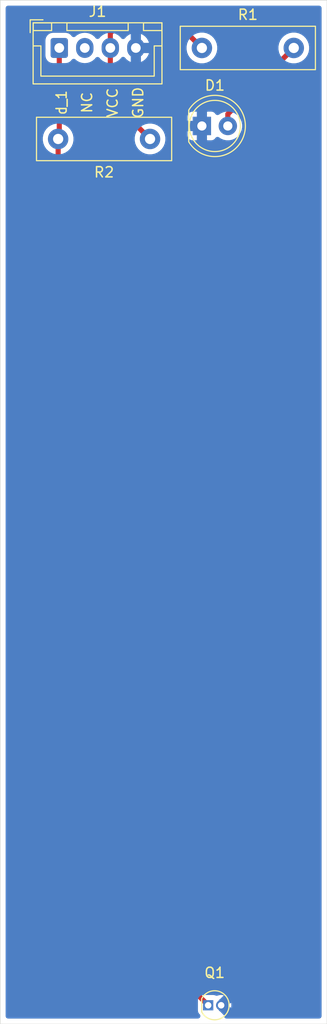
<source format=kicad_pcb>

(kicad_pcb(version 20171130)
  (host pcbnew "(5.1.10)-1")
  (general
    (thickness 1.6)
    (drawings 15)
    (tracks 417)
    (zones 0)
    (modules 52)
    (nets 44))
  (page A4)
  (layers
    (0 F.Cu signal)
    (31 B.Cu signal hide)
    (32 B.Adhes user)
    (33 F.Adhes user)
    (34 B.Paste user)
    (35 F.Paste user)
    (36 B.SilkS user)
    (37 F.SilkS user)
    (38 B.Mask user)
    (39 F.Mask user)
    (40 Dwgs.User user)
    (41 Cmts.User user)
    (42 Eco1.User user)
    (43 Eco2.User user)
    (44 Edge.Cuts user)
    (45 Margin user)
    (46 B.CrtYd user)
    (47 F.CrtYd user)
    (48 B.Fab user)
    (49 F.Fab user))
  (setup
    (last_trace_width 0.5)
    (user_trace_width 0.5)
    (trace_clearance 0.2)
    (zone_clearance 0.5)
    (zone_45_only no)
    (trace_min 0.2)
    (via_size 0.8)
    (via_drill 0.4)
    (via_min_size 0.4)
    (via_min_drill 0.3)
    (uvia_size 0.3)
    (uvia_drill 0.1)
    (uvias_allowed no)
    (uvia_min_size 0.2)
    (uvia_min_drill 0.1)
    (edge_width 0.05)
    (segment_width 0.2)
    (pcb_text_width 0.3)
    (pcb_text_size 1.5 1.5)
    (mod_edge_width 0.12)
    (mod_text_size 1 1)
    (mod_text_width 0.15)
    (pad_size 1.524 1.524)
    (pad_drill 0.762)
    (pad_to_mask_clearance 0)
    (aux_axis_origin 0 0)
    (visible_elements FFFFFF7F)
    (pcbplotparams
      (layerselection 0x010fc_ffffffff)
      (usegerberextensions false)
      (usegerberattributes true)
      (usegerberadvancedattributes true)
      (creategerberjobfile true)
      (excludeedgelayer true)
      (linewidth 0.1)
      (plotframeref false)
      (viasonmask false)
      (mode 1)
      (useauxorigin false)
      (hpglpennumber 1)
      (hpglpenspeed 20)
      (hpglpendiameter 15.0)
      (psnegative false)
      (psa4output false)
      (plotreference true)
      (plotvalue true)
      (plotinvisibletext false)
      (padsonsilk false)
      (subtractmaskfromsilk false)
      (outputformat 1)
      (mirror false)
      (drillshape 0)
      (scaleselection 1)
      (outputdirectory "gerber/")))
  (net 0 "")
  (net 1 "Net-(D1-Pad2)")
  (net 2 GND)
  (net 3 +5V)
  (net 4 "Net-(J1-Pad2)")
  (net 5 data)
  (net_class Default "This is the default net class."
    (clearance 0.2)
    (trace_width 0.25)
    (via_dia 0.8)
    (via_drill 0.4)
    (uvia_dia 0.3)
    (uvia_drill 0.1)
    (add_net +5V)
    (add_net GND)
    (add_net "Net-(D1-Pad2)")
    (add_net "Net-(J1-Pad2)")
    (add_net data))
  (module Resistor_THT:R_Box_L13.0mm_W4.0mm_P9.00mm
    (layer F.Cu)
    (tedit 5AE5139B)
    (tstamp 6106B8E9)
    (at 151.67 38.55 180)
    (descr "Resistor, Box series, Radial, pin pitch=9.00mm, 2W, length*width=13.0*4.0mm^2, http://www.produktinfo.conrad.com/datenblaetter/425000-449999/443860-da-01-de-METALLBAND_WIDERSTAND_0_1_OHM_5W_5Pr.pdf")
    (tags "Resistor Box series Radial pin pitch 9.00mm 2W length 13.0mm width 4.0mm")
    (path /6105D332)
    (fp_text reference R2
      (at 4.5 -3.25)
      (layer F.SilkS)
      (effects
        (font
          (size 1 1)
          (thickness 0.15))))
    (fp_text value 10k
      (at 4.5 3.25)
      (layer F.Fab)
      (effects
        (font
          (size 1 1)
          (thickness 0.15))))
    (fp_text user %R
      (at 4.5 0)
      (layer F.Fab)
      (effects
        (font
          (size 1 1)
          (thickness 0.15))))
    (fp_line
      (start -2 -2)
      (end -2 2)
      (layer F.Fab)
      (width 0.1))
    (fp_line
      (start -2 2)
      (end 11 2)
      (layer F.Fab)
      (width 0.1))
    (fp_line
      (start 11 2)
      (end 11 -2)
      (layer F.Fab)
      (width 0.1))
    (fp_line
      (start 11 -2)
      (end -2 -2)
      (layer F.Fab)
      (width 0.1))
    (fp_line
      (start -2.12 -2.12)
      (end 11.12 -2.12)
      (layer F.SilkS)
      (width 0.12))
    (fp_line
      (start -2.12 2.12)
      (end 11.12 2.12)
      (layer F.SilkS)
      (width 0.12))
    (fp_line
      (start -2.12 -2.12)
      (end -2.12 2.12)
      (layer F.SilkS)
      (width 0.12))
    (fp_line
      (start 11.12 -2.12)
      (end 11.12 2.12)
      (layer F.SilkS)
      (width 0.12))
    (fp_line
      (start -2.25 -2.25)
      (end -2.25 2.25)
      (layer F.CrtYd)
      (width 0.05))
    (fp_line
      (start -2.25 2.25)
      (end 11.25 2.25)
      (layer F.CrtYd)
      (width 0.05))
    (fp_line
      (start 11.25 2.25)
      (end 11.25 -2.25)
      (layer F.CrtYd)
      (width 0.05))
    (fp_line
      (start 11.25 -2.25)
      (end -2.25 -2.25)
      (layer F.CrtYd)
      (width 0.05))
    (pad 2 thru_hole circle
      (at 9 0 180)
      (size 2 2)
      (drill 1)
      (layers *.Cu *.Mask)
      (net 5 data))
    (pad 1 thru_hole circle
      (at 0 0 180)
      (size 2 2)
      (drill 1)
      (layers *.Cu *.Mask)
      (net 3 +5V))
    (model ${KISYS3DMOD}/Resistor_THT.3dshapes/R_Box_L13.0mm_W4.0mm_P9.00mm.wrl
      (at
        (xyz 0 0 0))
      (scale
        (xyz 1 1 1))
      (rotate
        (xyz 0 0 0))))
  (module Resistor_THT:R_Box_L13.0mm_W4.0mm_P9.00mm
    (layer F.Cu)
    (tedit 5AE5139B)
    (tstamp 6106B8D6)
    (at 156.75 29.66)
    (descr "Resistor, Box series, Radial, pin pitch=9.00mm, 2W, length*width=13.0*4.0mm^2, http://www.produktinfo.conrad.com/datenblaetter/425000-449999/443860-da-01-de-METALLBAND_WIDERSTAND_0_1_OHM_5W_5Pr.pdf")
    (tags "Resistor Box series Radial pin pitch 9.00mm 2W length 13.0mm width 4.0mm")
    (path /6105926D)
    (fp_text reference R1
      (at 4.5 -3.25)
      (layer F.SilkS)
      (effects
        (font
          (size 1 1)
          (thickness 0.15))))
    (fp_text value 47
      (at 4.5 3.25)
      (layer F.Fab)
      (effects
        (font
          (size 1 1)
          (thickness 0.15))))
    (fp_text user %R
      (at 4.5 0)
      (layer F.Fab)
      (effects
        (font
          (size 1 1)
          (thickness 0.15))))
    (fp_line
      (start -2 -2)
      (end -2 2)
      (layer F.Fab)
      (width 0.1))
    (fp_line
      (start -2 2)
      (end 11 2)
      (layer F.Fab)
      (width 0.1))
    (fp_line
      (start 11 2)
      (end 11 -2)
      (layer F.Fab)
      (width 0.1))
    (fp_line
      (start 11 -2)
      (end -2 -2)
      (layer F.Fab)
      (width 0.1))
    (fp_line
      (start -2.12 -2.12)
      (end 11.12 -2.12)
      (layer F.SilkS)
      (width 0.12))
    (fp_line
      (start -2.12 2.12)
      (end 11.12 2.12)
      (layer F.SilkS)
      (width 0.12))
    (fp_line
      (start -2.12 -2.12)
      (end -2.12 2.12)
      (layer F.SilkS)
      (width 0.12))
    (fp_line
      (start 11.12 -2.12)
      (end 11.12 2.12)
      (layer F.SilkS)
      (width 0.12))
    (fp_line
      (start -2.25 -2.25)
      (end -2.25 2.25)
      (layer F.CrtYd)
      (width 0.05))
    (fp_line
      (start -2.25 2.25)
      (end 11.25 2.25)
      (layer F.CrtYd)
      (width 0.05))
    (fp_line
      (start 11.25 2.25)
      (end 11.25 -2.25)
      (layer F.CrtYd)
      (width 0.05))
    (fp_line
      (start 11.25 -2.25)
      (end -2.25 -2.25)
      (layer F.CrtYd)
      (width 0.05))
    (pad 2 thru_hole circle
      (at 9 0)
      (size 2 2)
      (drill 1)
      (layers *.Cu *.Mask)
      (net 1 "Net-(D1-Pad2)"))
    (pad 1 thru_hole circle
      (at 0 0)
      (size 2 2)
      (drill 1)
      (layers *.Cu *.Mask)
      (net 3 +5V))
    (model ${KISYS3DMOD}/Resistor_THT.3dshapes/R_Box_L13.0mm_W4.0mm_P9.00mm.wrl
      (at
        (xyz 0 0 0))
      (scale
        (xyz 1 1 1))
      (rotate
        (xyz 0 0 0))))
  (module LED_THT:OP505A
    (layer F.Cu)
    (tedit 61059939)
    (tstamp 6106B8C3)
    (at 158 120)
    (path /6105E56E)
    (fp_text reference Q1
      (at 0 0)
      (layer F.SilkS)
      (effects
        (font
          (size 1 1)
          (thickness 0.15))))
    (fp_text value Q_Photo_NPN
      (at 0 -0.5)
      (layer F.Fab)
      (effects
        (font
          (size 1 1)
          (thickness 0.15))))
    (fp_arc
      (start 0 3.175)
      (end 1.269998 3.809999)
      (angle -53.13010235)
      (layer F.SilkS)
      (width 0.12))
    (fp_arc
      (start 0 3.175)
      (end 1.269999 2.540001)
      (angle -126.8698976)
      (layer F.SilkS)
      (width 0.12))
    (fp_arc
      (start 0 3.175)
      (end -1.269999 3.809999)
      (angle -126.8698976)
      (layer F.SilkS)
      (width 0.12))
    (fp_line
      (start -1.269999 2.54)
      (end -1.269999 3.809999)
      (layer F.SilkS)
      (width 0.12))
    (pad 1 thru_hole rect
      (at -0.635 3.175)
      (size 1 1)
      (drill 0.635)
      (layers *.Cu *.Mask)
      (net 5 data))
    (pad 2 thru_hole circle
      (at 0.635 3.175)
      (size 1 1)
      (drill 0.635)
      (layers *.Cu *.Mask)
      (net 2 GND)))
  (module Connector_JST:JST_XH_B4B-XH-A_1x04_P2.50mm_Vertical
    (layer F.Cu)
    (tedit 5C28146C)
    (tstamp 6106B8B9)
    (at 142.78 29.66)
    (descr "JST XH series connector, B4B-XH-A (http://www.jst-mfg.com/product/pdf/eng/eXH.pdf), generated with kicad-footprint-generator")
    (tags "connector JST XH vertical")
    (path /61059BBB)
    (fp_text reference J1
      (at 3.75 -3.55)
      (layer F.SilkS)
      (effects
        (font
          (size 1 1)
          (thickness 0.15))))
    (fp_text value Conn_01x04
      (at 3.75 4.6)
      (layer F.Fab)
      (effects
        (font
          (size 1 1)
          (thickness 0.15))))
    (fp_text user %R
      (at 3.75 2.7)
      (layer F.Fab)
      (effects
        (font
          (size 1 1)
          (thickness 0.15))))
    (fp_line
      (start -2.45 -2.35)
      (end -2.45 3.4)
      (layer F.Fab)
      (width 0.1))
    (fp_line
      (start -2.45 3.4)
      (end 9.95 3.4)
      (layer F.Fab)
      (width 0.1))
    (fp_line
      (start 9.95 3.4)
      (end 9.95 -2.35)
      (layer F.Fab)
      (width 0.1))
    (fp_line
      (start 9.95 -2.35)
      (end -2.45 -2.35)
      (layer F.Fab)
      (width 0.1))
    (fp_line
      (start -2.56 -2.46)
      (end -2.56 3.51)
      (layer F.SilkS)
      (width 0.12))
    (fp_line
      (start -2.56 3.51)
      (end 10.06 3.51)
      (layer F.SilkS)
      (width 0.12))
    (fp_line
      (start 10.06 3.51)
      (end 10.06 -2.46)
      (layer F.SilkS)
      (width 0.12))
    (fp_line
      (start 10.06 -2.46)
      (end -2.56 -2.46)
      (layer F.SilkS)
      (width 0.12))
    (fp_line
      (start -2.95 -2.85)
      (end -2.95 3.9)
      (layer F.CrtYd)
      (width 0.05))
    (fp_line
      (start -2.95 3.9)
      (end 10.45 3.9)
      (layer F.CrtYd)
      (width 0.05))
    (fp_line
      (start 10.45 3.9)
      (end 10.45 -2.85)
      (layer F.CrtYd)
      (width 0.05))
    (fp_line
      (start 10.45 -2.85)
      (end -2.95 -2.85)
      (layer F.CrtYd)
      (width 0.05))
    (fp_line
      (start -0.625 -2.35)
      (end 0 -1.35)
      (layer F.Fab)
      (width 0.1))
    (fp_line
      (start 0 -1.35)
      (end 0.625 -2.35)
      (layer F.Fab)
      (width 0.1))
    (fp_line
      (start 0.75 -2.45)
      (end 0.75 -1.7)
      (layer F.SilkS)
      (width 0.12))
    (fp_line
      (start 0.75 -1.7)
      (end 6.75 -1.7)
      (layer F.SilkS)
      (width 0.12))
    (fp_line
      (start 6.75 -1.7)
      (end 6.75 -2.45)
      (layer F.SilkS)
      (width 0.12))
    (fp_line
      (start 6.75 -2.45)
      (end 0.75 -2.45)
      (layer F.SilkS)
      (width 0.12))
    (fp_line
      (start -2.55 -2.45)
      (end -2.55 -1.7)
      (layer F.SilkS)
      (width 0.12))
    (fp_line
      (start -2.55 -1.7)
      (end -0.75 -1.7)
      (layer F.SilkS)
      (width 0.12))
    (fp_line
      (start -0.75 -1.7)
      (end -0.75 -2.45)
      (layer F.SilkS)
      (width 0.12))
    (fp_line
      (start -0.75 -2.45)
      (end -2.55 -2.45)
      (layer F.SilkS)
      (width 0.12))
    (fp_line
      (start 8.25 -2.45)
      (end 8.25 -1.7)
      (layer F.SilkS)
      (width 0.12))
    (fp_line
      (start 8.25 -1.7)
      (end 10.05 -1.7)
      (layer F.SilkS)
      (width 0.12))
    (fp_line
      (start 10.05 -1.7)
      (end 10.05 -2.45)
      (layer F.SilkS)
      (width 0.12))
    (fp_line
      (start 10.05 -2.45)
      (end 8.25 -2.45)
      (layer F.SilkS)
      (width 0.12))
    (fp_line
      (start -2.55 -0.2)
      (end -1.8 -0.2)
      (layer F.SilkS)
      (width 0.12))
    (fp_line
      (start -1.8 -0.2)
      (end -1.8 2.75)
      (layer F.SilkS)
      (width 0.12))
    (fp_line
      (start -1.8 2.75)
      (end 3.75 2.75)
      (layer F.SilkS)
      (width 0.12))
    (fp_line
      (start 10.05 -0.2)
      (end 9.3 -0.2)
      (layer F.SilkS)
      (width 0.12))
    (fp_line
      (start 9.3 -0.2)
      (end 9.3 2.75)
      (layer F.SilkS)
      (width 0.12))
    (fp_line
      (start 9.3 2.75)
      (end 3.75 2.75)
      (layer F.SilkS)
      (width 0.12))
    (fp_line
      (start -1.6 -2.75)
      (end -2.85 -2.75)
      (layer F.SilkS)
      (width 0.12))
    (fp_line
      (start -2.85 -2.75)
      (end -2.85 -1.5)
      (layer F.SilkS)
      (width 0.12))
    (pad 4 thru_hole oval
      (at 7.5 0)
      (size 1.7 1.95)
      (drill 0.95)
      (layers *.Cu *.Mask)
      (net 2 GND))
    (pad 3 thru_hole oval
      (at 5 0)
      (size 1.7 1.95)
      (drill 0.95)
      (layers *.Cu *.Mask)
      (net 3 +5V))
    (pad 2 thru_hole oval
      (at 2.5 0)
      (size 1.7 1.95)
      (drill 0.95)
      (layers *.Cu *.Mask)
      (net 4 "Net-(J1-Pad2)"))
    (pad 1 thru_hole roundrect
      (at 0 0)
      (size 1.7 1.95)
      (drill 0.95)
      (layers *.Cu *.Mask)
      (roundrect_rratio 0.1470588235294118)
      (net 5 data))
    (model ${KISYS3DMOD}/Connector_JST.3dshapes/JST_XH_B4B-XH-A_1x04_P2.50mm_Vertical.wrl
      (at
        (xyz 0 0 0))
      (scale
        (xyz 1 1 1))
      (rotate
        (xyz 0 0 0))))
  (module LED_THT:LED_D5.0mm
    (layer F.Cu)
    (tedit 5995936A)
    (tstamp 6106B88E)
    (at 156.75 37.28)
    (descr "LED, diameter 5.0mm, 2 pins, http://cdn-reichelt.de/documents/datenblatt/A500/LL-504BC2E-009.pdf")
    (tags "LED diameter 5.0mm 2 pins")
    (path /6105A46A)
    (fp_text reference D1
      (at 1.27 -3.96)
      (layer F.SilkS)
      (effects
        (font
          (size 1 1)
          (thickness 0.15))))
    (fp_text value LED
      (at 1.27 3.96)
      (layer F.Fab)
      (effects
        (font
          (size 1 1)
          (thickness 0.15))))
    (fp_text user %R
      (at 1.25 0)
      (layer F.Fab)
      (effects
        (font
          (size 0.8 0.8)
          (thickness 0.2))))
    (fp_arc
      (start 1.27 0)
      (end -1.29 1.54483)
      (angle -148.9)
      (layer F.SilkS)
      (width 0.12))
    (fp_arc
      (start 1.27 0)
      (end -1.29 -1.54483)
      (angle 148.9)
      (layer F.SilkS)
      (width 0.12))
    (fp_arc
      (start 1.27 0)
      (end -1.23 -1.469694)
      (angle 299.1)
      (layer F.Fab)
      (width 0.1))
    (fp_circle
      (center 1.27 0)
      (end 3.77 0)
      (layer F.Fab)
      (width 0.1))
    (fp_circle
      (center 1.27 0)
      (end 3.77 0)
      (layer F.SilkS)
      (width 0.12))
    (fp_line
      (start -1.23 -1.469694)
      (end -1.23 1.469694)
      (layer F.Fab)
      (width 0.1))
    (fp_line
      (start -1.29 -1.545)
      (end -1.29 1.545)
      (layer F.SilkS)
      (width 0.12))
    (fp_line
      (start -1.95 -3.25)
      (end -1.95 3.25)
      (layer F.CrtYd)
      (width 0.05))
    (fp_line
      (start -1.95 3.25)
      (end 4.5 3.25)
      (layer F.CrtYd)
      (width 0.05))
    (fp_line
      (start 4.5 3.25)
      (end 4.5 -3.25)
      (layer F.CrtYd)
      (width 0.05))
    (fp_line
      (start 4.5 -3.25)
      (end -1.95 -3.25)
      (layer F.CrtYd)
      (width 0.05))
    (pad 2 thru_hole circle
      (at 2.54 0)
      (size 1.8 1.8)
      (drill 0.9)
      (layers *.Cu *.Mask)
      (net 1 "Net-(D1-Pad2)"))
    (pad 1 thru_hole rect
      (at 0 0)
      (size 1.8 1.8)
      (drill 0.9)
      (layers *.Cu *.Mask)
      (net 2 GND))
    (model ${KISYS3DMOD}/LED_THT.3dshapes/LED_D5.0mm.wrl
      (at
        (xyz 0 0 0))
      (scale
        (xyz 1 1 1))
      (rotate
        (xyz 0 0 0))))
  (gr_text NC
    (at 145.5 35 90)
    (layer F.SilkS)
    (effects
      (font
        (size 1 1)
        (thickness 0.15))))
  (gr_text GND
    (at 150.5 35 90)
    (layer F.SilkS)
    (effects
      (font
        (size 1 1)
        (thickness 0.15))))
  (gr_text d_1
    (at 143 35 90)
    (layer F.SilkS)
    (effects
      (font
        (size 1 0.9)
        (thickness 0.15))))
  (gr_text VCC
    (at 148 35 90)
    (layer F.SilkS)
    (effects
      (font
        (size 1 1)
        (thickness 0.15))))
  (gr_line
    (start 137 125)
    (end 137 25)
    (layer Edge.Cuts)
    (width 0.05))
  (gr_line
    (start 169 125)
    (end 137 125)
    (layer Edge.Cuts)
    (width 0.05))
  (gr_line
    (start 169 25)
    (end 169 125)
    (layer Edge.Cuts)
    (width 0.05))
  (gr_line
    (start 137 25)
    (end 169 25)
    (layer Edge.Cuts)
    (width 0.05))
  (segment
    (start 159.29 36.12)
    (end 159.29 37.28)
    (width 0.5)
    (layer F.Cu)
    (net 1))
  (segment
    (start 165.75 29.66)
    (end 159.29 36.12)
    (width 0.5)
    (layer F.Cu)
    (net 1))
  (segment
    (start 147.78 29.66)
    (end 147.78 28.22)
    (width 0.5)
    (layer F.Cu)
    (net 3))
  (segment
    (start 147.78 28.22)
    (end 149 27)
    (width 0.5)
    (layer F.Cu)
    (net 3))
  (segment
    (start 154.09 27)
    (end 156.75 29.66)
    (width 0.5)
    (layer F.Cu)
    (net 3))
  (segment
    (start 149 27)
    (end 154.09 27)
    (width 0.5)
    (layer F.Cu)
    (net 3))
  (segment
    (start 147.78 34.66)
    (end 151.67 38.55)
    (width 0.5)
    (layer F.Cu)
    (net 3))
  (segment
    (start 147.78 29.66)
    (end 147.78 34.66)
    (width 0.5)
    (layer F.Cu)
    (net 3))
  (segment
    (start 142.78 38.44)
    (end 142.67 38.55)
    (width 0.5)
    (layer F.Cu)
    (net 5))
  (segment
    (start 142.78 29.66)
    (end 142.78 38.44)
    (width 0.5)
    (layer F.Cu)
    (net 5))
  (segment
    (start 142.67 108.48)
    (end 157.365 123.175)
    (width 0.5)
    (layer F.Cu)
    (net 5))
  (segment
    (start 142.67 38.55)
    (end 142.67 108.48)
    (width 0.5)
    (layer F.Cu)
    (net 5))
  (zone
    (net 2)
    (net_name GND)
    (layer B.Cu)
    (tstamp 6106BD2C)
    (hatch edge 0.508)
    (connect_pads
      (clearance 0.5))
    (min_thickness 0.5)
    (polygon
      (pts
        (xy 137 33)
        (xy 137 31.62)
        (xy 137 25)
        (xy 169 25)
        (xy 169 31.62)
        (xy 169 31.75)
        (xy 169 66)
        (xy 169 67)
        (xy 169 125)
        (xy 137 125)
        (xy 137 66.12)
        (xy 137 65)))
    (filled_polygon
      (pts
        (xy 168.225001 124.225)
        (xy 159.170924 124.225)
        (xy 159.19283 124.086384)
        (xy 158.635 123.528553)
        (xy 158.620858 123.542696)
        (xy 158.618628 123.540466)
        (xy 158.618628 123.175)
        (xy 158.988553 123.175)
        (xy 159.546384 123.73283)
        (xy 159.777779 123.696261)
        (xy 159.857514 123.4633)
        (xy 159.890268 123.21926)
        (xy 159.874783 122.973518)
        (xy 159.811654 122.73552)
        (xy 159.777779 122.653739)
        (xy 159.546384 122.61717)
        (xy 158.988553 123.175)
        (xy 158.618628 123.175)
        (xy 158.618628 122.809534)
        (xy 158.620858 122.807305)
        (xy 158.635 122.821447)
        (xy 159.19283 122.263616)
        (xy 159.156261 122.032221)
        (xy 158.9233 121.952486)
        (xy 158.67926 121.919732)
        (xy 158.433518 121.935217)
        (xy 158.19552 121.998346)
        (xy 158.192457 121.999615)
        (xy 158.153401 121.978739)
        (xy 158.012026 121.935853)
        (xy 157.865 121.921372)
        (xy 156.865 121.921372)
        (xy 156.717974 121.935853)
        (xy 156.576599 121.978739)
        (xy 156.446307 122.048381)
        (xy 156.332105 122.142105)
        (xy 156.238381 122.256307)
        (xy 156.168739 122.386599)
        (xy 156.125853 122.527974)
        (xy 156.111372 122.675)
        (xy 156.111372 123.675)
        (xy 156.125853 123.822026)
        (xy 156.168739 123.963401)
        (xy 156.238381 124.093693)
        (xy 156.332105 124.207895)
        (xy 156.352947 124.225)
        (xy 137.775 124.225)
        (xy 137.775 38.37764)
        (xy 140.92 38.37764)
        (xy 140.92 38.72236)
        (xy 140.987251 39.060456)
        (xy 141.11917 39.378936)
        (xy 141.310686 39.66556)
        (xy 141.55444 39.909314)
        (xy 141.841064 40.10083)
        (xy 142.159544 40.232749)
        (xy 142.49764 40.3)
        (xy 142.84236 40.3)
        (xy 143.180456 40.232749)
        (xy 143.498936 40.10083)
        (xy 143.78556 39.909314)
        (xy 144.029314 39.66556)
        (xy 144.22083 39.378936)
        (xy 144.352749 39.060456)
        (xy 144.42 38.72236)
        (xy 144.42 38.37764)
        (xy 149.92 38.37764)
        (xy 149.92 38.72236)
        (xy 149.987251 39.060456)
        (xy 150.11917 39.378936)
        (xy 150.310686 39.66556)
        (xy 150.55444 39.909314)
        (xy 150.841064 40.10083)
        (xy 151.159544 40.232749)
        (xy 151.49764 40.3)
        (xy 151.84236 40.3)
        (xy 152.180456 40.232749)
        (xy 152.498936 40.10083)
        (xy 152.78556 39.909314)
        (xy 153.029314 39.66556)
        (xy 153.22083 39.378936)
        (xy 153.352749 39.060456)
        (xy 153.42 38.72236)
        (xy 153.42 38.37764)
        (xy 153.380688 38.18)
        (xy 155.096371 38.18)
        (xy 155.110852 38.327026)
        (xy 155.153738 38.468401)
        (xy 155.22338 38.598694)
        (xy 155.317104 38.712896)
        (xy 155.431306 38.80662)
        (xy 155.561599 38.876262)
        (xy 155.702974 38.919148)
        (xy 155.85 38.933629)
        (xy 156.3125 38.93)
        (xy 156.5 38.7425)
        (xy 156.5 37.53)
        (xy 155.2875 37.53)
        (xy 155.1 37.7175)
        (xy 155.096371 38.18)
        (xy 153.380688 38.18)
        (xy 153.352749 38.039544)
        (xy 153.22083 37.721064)
        (xy 153.029314 37.43444)
        (xy 152.78556 37.190686)
        (xy 152.498936 36.99917)
        (xy 152.180456 36.867251)
        (xy 151.84236 36.8)
        (xy 151.49764 36.8)
        (xy 151.159544 36.867251)
        (xy 150.841064 36.99917)
        (xy 150.55444 37.190686)
        (xy 150.310686 37.43444)
        (xy 150.11917 37.721064)
        (xy 149.987251 38.039544)
        (xy 149.92 38.37764)
        (xy 144.42 38.37764)
        (xy 144.352749 38.039544)
        (xy 144.22083 37.721064)
        (xy 144.029314 37.43444)
        (xy 143.78556 37.190686)
        (xy 143.498936 36.99917)
        (xy 143.180456 36.867251)
        (xy 142.84236 36.8)
        (xy 142.49764 36.8)
        (xy 142.159544 36.867251)
        (xy 141.841064 36.99917)
        (xy 141.55444 37.190686)
        (xy 141.310686 37.43444)
        (xy 141.11917 37.721064)
        (xy 140.987251 38.039544)
        (xy 140.92 38.37764)
        (xy 137.775 38.37764)
        (xy 137.775 36.38)
        (xy 155.096371 36.38)
        (xy 155.1 36.8425)
        (xy 155.2875 37.03)
        (xy 156.5 37.03)
        (xy 156.5 35.8175)
        (xy 157 35.8175)
        (xy 157 37.03)
        (xy 157.02 37.03)
        (xy 157.02 37.53)
        (xy 157 37.53)
        (xy 157 38.7425)
        (xy 157.1875 38.93)
        (xy 157.65 38.933629)
        (xy 157.797026 38.919148)
        (xy 157.938401 38.876262)
        (xy 158.068694 38.80662)
        (xy 158.182896 38.712896)
        (xy 158.27662 38.598694)
        (xy 158.2811 38.590313)
        (xy 158.508432 38.742211)
        (xy 158.808713 38.866592)
        (xy 159.127489 38.93)
        (xy 159.452511 38.93)
        (xy 159.771287 38.866592)
        (xy 160.071568 38.742211)
        (xy 160.341814 38.561639)
        (xy 160.571639 38.331814)
        (xy 160.752211 38.061568)
        (xy 160.876592 37.761287)
        (xy 160.94 37.442511)
        (xy 160.94 37.117489)
        (xy 160.876592 36.798713)
        (xy 160.752211 36.498432)
        (xy 160.571639 36.228186)
        (xy 160.341814 35.998361)
        (xy 160.071568 35.817789)
        (xy 159.771287 35.693408)
        (xy 159.452511 35.63)
        (xy 159.127489 35.63)
        (xy 158.808713 35.693408)
        (xy 158.508432 35.817789)
        (xy 158.2811 35.969687)
        (xy 158.27662 35.961306)
        (xy 158.182896 35.847104)
        (xy 158.068694 35.75338)
        (xy 157.938401 35.683738)
        (xy 157.797026 35.640852)
        (xy 157.65 35.626371)
        (xy 157.1875 35.63)
        (xy 157 35.8175)
        (xy 156.5 35.8175)
        (xy 156.3125 35.63)
        (xy 155.85 35.626371)
        (xy 155.702974 35.640852)
        (xy 155.561599 35.683738)
        (xy 155.431306 35.75338)
        (xy 155.317104 35.847104)
        (xy 155.22338 35.961306)
        (xy 155.153738 36.091599)
        (xy 155.110852 36.232974)
        (xy 155.096371 36.38)
        (xy 137.775 36.38)
        (xy 137.775 28.935)
        (xy 141.176372 28.935)
        (xy 141.176372 30.385)
        (xy 141.195656 30.580798)
        (xy 141.252769 30.769072)
        (xy 141.345514 30.942586)
        (xy 141.470328 31.094672)
        (xy 141.622414 31.219486)
        (xy 141.795928 31.312231)
        (xy 141.984202 31.369344)
        (xy 142.18 31.388628)
        (xy 143.38 31.388628)
        (xy 143.575798 31.369344)
        (xy 143.764072 31.312231)
        (xy 143.937586 31.219486)
        (xy 144.089672 31.094672)
        (xy 144.19595 30.965172)
        (xy 144.386788 31.121788)
        (xy 144.664745 31.270359)
        (xy 144.966346 31.361849)
        (xy 145.28 31.392741)
        (xy 145.593655 31.361849)
        (xy 145.895256 31.270359)
        (xy 146.173213 31.121788)
        (xy 146.416845 30.921845)
        (xy 146.53 30.783965)
        (xy 146.643155 30.921845)
        (xy 146.886788 31.121788)
        (xy 147.164745 31.270359)
        (xy 147.466346 31.361849)
        (xy 147.78 31.392741)
        (xy 148.093655 31.361849)
        (xy 148.395256 31.270359)
        (xy 148.673213 31.121788)
        (xy 148.916845 30.921845)
        (xy 149.03676 30.775728)
        (xy 149.197124 30.956226)
        (xy 149.446426 31.14498)
        (xy 149.727762 31.281471)
        (xy 149.785857 31.306783)
        (xy 150.03 31.1752)
        (xy 150.03 29.91)
        (xy 150.53 29.91)
        (xy 150.53 31.1752)
        (xy 150.774143 31.306783)
        (xy 150.832238 31.281471)
        (xy 151.113574 31.14498)
        (xy 151.362876 30.956226)
        (xy 151.570564 30.722463)
        (xy 151.728656 30.452673)
        (xy 151.831077 30.157225)
        (xy 151.682709 29.91)
        (xy 150.53 29.91)
        (xy 150.03 29.91)
        (xy 150.01 29.91)
        (xy 150.01 29.48764)
        (xy 155 29.48764)
        (xy 155 29.83236)
        (xy 155.067251 30.170456)
        (xy 155.19917 30.488936)
        (xy 155.390686 30.77556)
        (xy 155.63444 31.019314)
        (xy 155.921064 31.21083)
        (xy 156.239544 31.342749)
        (xy 156.57764 31.41)
        (xy 156.92236 31.41)
        (xy 157.260456 31.342749)
        (xy 157.578936 31.21083)
        (xy 157.86556 31.019314)
        (xy 158.109314 30.77556)
        (xy 158.30083 30.488936)
        (xy 158.432749 30.170456)
        (xy 158.5 29.83236)
        (xy 158.5 29.48764)
        (xy 164 29.48764)
        (xy 164 29.83236)
        (xy 164.067251 30.170456)
        (xy 164.19917 30.488936)
        (xy 164.390686 30.77556)
        (xy 164.63444 31.019314)
        (xy 164.921064 31.21083)
        (xy 165.239544 31.342749)
        (xy 165.57764 31.41)
        (xy 165.92236 31.41)
        (xy 166.260456 31.342749)
        (xy 166.578936 31.21083)
        (xy 166.86556 31.019314)
        (xy 167.109314 30.77556)
        (xy 167.30083 30.488936)
        (xy 167.432749 30.170456)
        (xy 167.5 29.83236)
        (xy 167.5 29.48764)
        (xy 167.432749 29.149544)
        (xy 167.30083 28.831064)
        (xy 167.109314 28.54444)
        (xy 166.86556 28.300686)
        (xy 166.578936 28.10917)
        (xy 166.260456 27.977251)
        (xy 165.92236 27.91)
        (xy 165.57764 27.91)
        (xy 165.239544 27.977251)
        (xy 164.921064 28.10917)
        (xy 164.63444 28.300686)
        (xy 164.390686 28.54444)
        (xy 164.19917 28.831064)
        (xy 164.067251 29.149544)
        (xy 164 29.48764)
        (xy 158.5 29.48764)
        (xy 158.432749 29.149544)
        (xy 158.30083 28.831064)
        (xy 158.109314 28.54444)
        (xy 157.86556 28.300686)
        (xy 157.578936 28.10917)
        (xy 157.260456 27.977251)
        (xy 156.92236 27.91)
        (xy 156.57764 27.91)
        (xy 156.239544 27.977251)
        (xy 155.921064 28.10917)
        (xy 155.63444 28.300686)
        (xy 155.390686 28.54444)
        (xy 155.19917 28.831064)
        (xy 155.067251 29.149544)
        (xy 155 29.48764)
        (xy 150.01 29.48764)
        (xy 150.01 29.41)
        (xy 150.03 29.41)
        (xy 150.03 28.1448)
        (xy 150.53 28.1448)
        (xy 150.53 29.41)
        (xy 151.682709 29.41)
        (xy 151.831077 29.162775)
        (xy 151.728656 28.867327)
        (xy 151.570564 28.597537)
        (xy 151.362876 28.363774)
        (xy 151.113574 28.17502)
        (xy 150.832238 28.038529)
        (xy 150.774143 28.013217)
        (xy 150.53 28.1448)
        (xy 150.03 28.1448)
        (xy 149.785857 28.013217)
        (xy 149.727762 28.038529)
        (xy 149.446426 28.17502)
        (xy 149.197124 28.363774)
        (xy 149.03676 28.544272)
        (xy 148.916845 28.398155)
        (xy 148.673212 28.198212)
        (xy 148.395255 28.049641)
        (xy 148.093654 27.958151)
        (xy 147.78 27.927259)
        (xy 147.466345 27.958151)
        (xy 147.164744 28.049641)
        (xy 146.886787 28.198212)
        (xy 146.643155 28.398155)
        (xy 146.53 28.536035)
        (xy 146.416845 28.398155)
        (xy 146.173212 28.198212)
        (xy 145.895255 28.049641)
        (xy 145.593654 27.958151)
        (xy 145.28 27.927259)
        (xy 144.966345 27.958151)
        (xy 144.664744 28.049641)
        (xy 144.386787 28.198212)
        (xy 144.19595 28.354828)
        (xy 144.089672 28.225328)
        (xy 143.937586 28.100514)
        (xy 143.764072 28.007769)
        (xy 143.575798 27.950656)
        (xy 143.38 27.931372)
        (xy 142.18 27.931372)
        (xy 141.984202 27.950656)
        (xy 141.795928 28.007769)
        (xy 141.622414 28.100514)
        (xy 141.470328 28.225328)
        (xy 141.345514 28.377414)
        (xy 141.252769 28.550928)
        (xy 141.195656 28.739202)
        (xy 141.176372 28.935)
        (xy 137.775 28.935)
        (xy 137.775 25.775)
        (xy 168.225 25.775)))))
</source>
